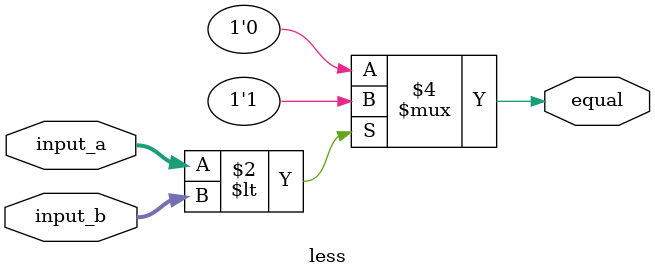
<source format=v>
module less #(
    parameter WORDSIZE = 64            /* define o tamanho da palavra */
) (
    input wire [WORDSIZE-1:0] input_a,  
    input wire [WORDSIZE-1:0] input_b,
    output wire equal
); 

    always@(*) begin
        if(input_a < input_b)
            equal <= 1'b1;
        else 
            equal <= 1'b0;    
    end
endmodule
</source>
